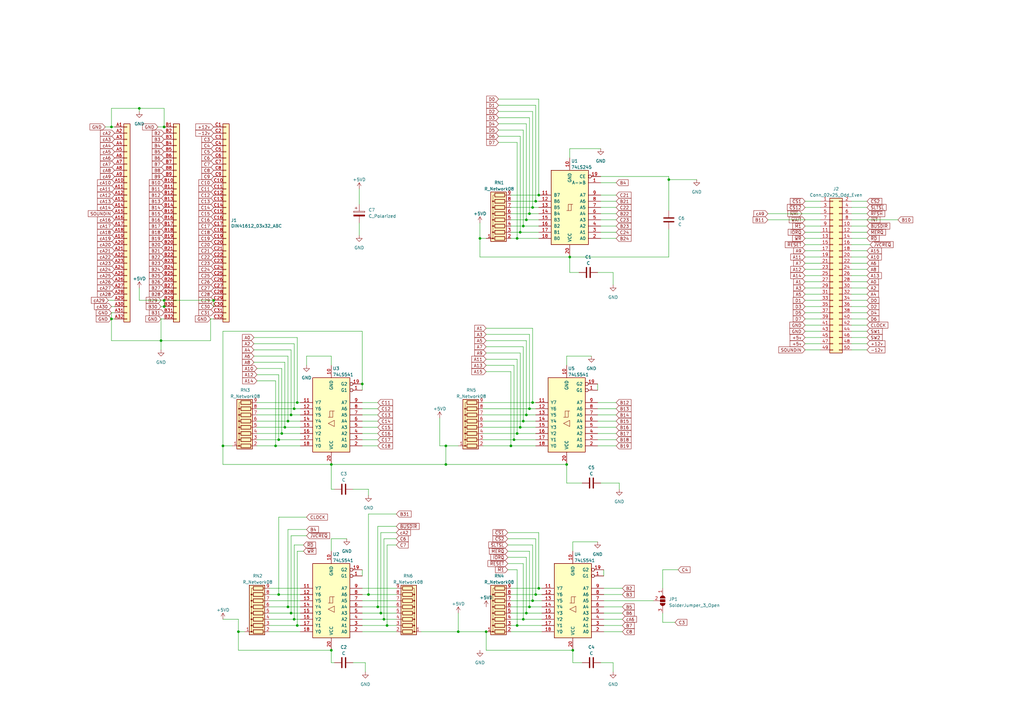
<source format=kicad_sch>
(kicad_sch (version 20230121) (generator eeschema)
  (paper "A3")
  (title_block (title "Victor VHD IF-C9D by Popolon_") (comment 1 "Copied from original PCB"))
  (junction (at 45.72 130.81))
  (junction (at 135.89 190.5))
  (junction (at 148.59 157.48))
  (junction (at 209.55 182.88))
  (junction (at 114.3 180.34))
  (junction (at 67.31 125.73))
  (junction (at 66.04 139.7))
  (junction (at 218.44 85.09))
  (junction (at 121.92 256.54))
  (junction (at 199.39 259.08))
  (junction (at 157.48 254))
  (junction (at 182.88 182.88))
  (junction (at 215.9 170.18))
  (junction (at 219.71 243.84))
  (junction (at 187.96 259.08))
  (junction (at 218.44 165.1))
  (junction (at 213.36 95.25))
  (junction (at 118.11 248.92))
  (junction (at 119.38 251.46))
  (junction (at 217.17 87.63))
  (junction (at 217.17 167.64))
  (junction (at 274.32 73.66))
  (junction (at 233.68 105.41))
  (junction (at 97.79 259.08))
  (junction (at 67.31 123.19))
  (junction (at 232.41 190.5))
  (junction (at 196.85 97.79))
  (junction (at 135.89 266.7))
  (junction (at 220.98 241.3))
  (junction (at 119.38 170.18))
  (junction (at 114.3 243.84))
  (junction (at 214.63 92.71))
  (junction (at 220.98 80.01))
  (junction (at 214.63 254))
  (junction (at 67.31 52.07))
  (junction (at 212.09 177.8))
  (junction (at 212.09 256.54))
  (junction (at 215.9 90.17))
  (junction (at 120.65 167.64))
  (junction (at 217.17 248.92))
  (junction (at 113.03 182.88))
  (junction (at 158.75 256.54))
  (junction (at 91.44 182.88))
  (junction (at 118.11 172.72))
  (junction (at 234.95 266.7))
  (junction (at 210.82 180.34))
  (junction (at 87.63 123.19))
  (junction (at 154.94 248.92))
  (junction (at 214.63 172.72))
  (junction (at 212.09 97.79))
  (junction (at 116.84 175.26))
  (junction (at 57.15 44.45))
  (junction (at 120.65 254))
  (junction (at 218.44 246.38))
  (junction (at 213.36 175.26))
  (junction (at 156.21 251.46))
  (junction (at 151.13 243.84))
  (junction (at 182.88 190.5))
  (junction (at 121.92 165.1))
  (junction (at 115.57 177.8))
  (junction (at 215.9 251.46))
  (junction (at 45.72 52.07))
  (junction (at 219.71 82.55))
  (wire (pts (xy 214.63 92.71) (xy 220.98 92.71)))
  (wire (pts (xy 251.46 111.76) (xy 251.46 116.84)))
  (wire (pts (xy 215.9 90.17) (xy 220.98 90.17)))
  (wire (pts (xy 105.41 177.8) (xy 115.57 177.8)))
  (wire (pts (xy 213.36 144.78) (xy 213.36 175.26)))
  (wire (pts (xy 91.44 135.89) (xy 91.44 182.88)))
  (wire (pts (xy 124.46 226.06) (xy 121.92 226.06)))
  (wire (pts (xy 118.11 217.17) (xy 118.11 248.92)))
  (wire (pts (xy 158.75 223.52) (xy 158.75 256.54)))
  (wire (pts (xy 198.12 177.8) (xy 212.09 177.8)))
  (wire (pts (xy 246.38 85.09) (xy 252.73 85.09)))
  (wire (pts (xy 246.38 74.93) (xy 252.73 74.93)))
  (wire (pts (xy 120.65 140.97) (xy 120.65 167.64)))
  (wire (pts (xy 105.41 156.21) (xy 113.03 156.21)))
  (wire (pts (xy 148.59 177.8) (xy 154.94 177.8)))
  (wire (pts (xy 91.44 190.5) (xy 135.89 190.5)))
  (wire (pts (xy 330.2 118.11) (xy 336.55 118.11)))
  (wire (pts (xy 246.38 72.39) (xy 274.32 72.39)))
  (wire (pts (xy 214.63 53.34) (xy 214.63 92.71)))
  (wire (pts (xy 120.65 254) (xy 123.19 254)))
  (wire (pts (xy 247.65 243.84) (xy 255.27 243.84)))
  (wire (pts (xy 214.63 142.24) (xy 214.63 172.72)))
  (wire (pts (xy 217.17 137.16) (xy 217.17 167.64)))
  (wire (pts (xy 154.94 248.92) (xy 162.56 248.92)))
  (wire (pts (xy 148.59 175.26) (xy 154.94 175.26)))
  (wire (pts (xy 245.11 177.8) (xy 252.73 177.8)))
  (wire (pts (xy 234.95 271.78) (xy 234.95 266.7)))
  (wire (pts (xy 247.65 254) (xy 255.27 254)))
  (wire (pts (xy 125.73 149.86) (xy 125.73 146.05)))
  (wire (pts (xy 218.44 246.38) (xy 222.25 246.38)))
  (wire (pts (xy 66.04 130.81) (xy 67.31 130.81)))
  (wire (pts (xy 330.2 120.65) (xy 336.55 120.65)))
  (wire (pts (xy 110.49 251.46) (xy 119.38 251.46)))
  (wire (pts (xy 209.55 95.25) (xy 213.36 95.25)))
  (wire (pts (xy 45.72 139.7) (xy 66.04 139.7)))
  (wire (pts (xy 212.09 97.79) (xy 220.98 97.79)))
  (wire (pts (xy 157.48 220.98) (xy 157.48 254)))
  (wire (pts (xy 234.95 222.25) (xy 245.11 222.25)))
  (wire (pts (xy 349.25 110.49) (xy 355.6 110.49)))
  (wire (pts (xy 208.28 231.14) (xy 214.63 231.14)))
  (wire (pts (xy 330.2 130.81) (xy 336.55 130.81)))
  (wire (pts (xy 100.33 259.08) (xy 97.79 259.08)))
  (wire (pts (xy 246.38 90.17) (xy 252.73 90.17)))
  (wire (pts (xy 330.2 82.55) (xy 336.55 82.55)))
  (wire (pts (xy 114.3 212.09) (xy 114.3 243.84)))
  (wire (pts (xy 217.17 48.26) (xy 217.17 87.63)))
  (wire (pts (xy 330.2 97.79) (xy 336.55 97.79)))
  (wire (pts (xy 148.59 182.88) (xy 154.94 182.88)))
  (wire (pts (xy 105.41 182.88) (xy 113.03 182.88)))
  (wire (pts (xy 137.16 200.66) (xy 135.89 200.66)))
  (wire (pts (xy 330.2 110.49) (xy 336.55 110.49)))
  (wire (pts (xy 199.39 266.7) (xy 234.95 266.7)))
  (wire (pts (xy 271.78 233.68) (xy 271.78 241.3)))
  (wire (pts (xy 217.17 167.64) (xy 219.71 167.64)))
  (wire (pts (xy 247.65 233.68) (xy 247.65 236.22)))
  (wire (pts (xy 330.2 143.51) (xy 336.55 143.51)))
  (wire (pts (xy 246.38 95.25) (xy 252.73 95.25)))
  (wire (pts (xy 238.76 198.12) (xy 232.41 198.12)))
  (wire (pts (xy 215.9 251.46) (xy 222.25 251.46)))
  (wire (pts (xy 118.11 172.72) (xy 123.19 172.72)))
  (wire (pts (xy 105.41 175.26) (xy 116.84 175.26)))
  (wire (pts (xy 247.65 256.54) (xy 255.27 256.54)))
  (wire (pts (xy 119.38 170.18) (xy 123.19 170.18)))
  (wire (pts (xy 121.92 226.06) (xy 121.92 256.54)))
  (wire (pts (xy 156.21 251.46) (xy 162.56 251.46)))
  (wire (pts (xy 120.65 167.64) (xy 123.19 167.64)))
  (wire (pts (xy 209.55 85.09) (xy 218.44 85.09)))
  (wire (pts (xy 349.25 85.09) (xy 355.6 85.09)))
  (wire (pts (xy 67.31 123.19) (xy 67.31 125.73)))
  (wire (pts (xy 349.25 92.71) (xy 355.6 92.71)))
  (wire (pts (xy 148.59 135.89) (xy 91.44 135.89)))
  (wire (pts (xy 105.41 167.64) (xy 120.65 167.64)))
  (wire (pts (xy 209.55 97.79) (xy 212.09 97.79)))
  (wire (pts (xy 124.46 223.52) (xy 120.65 223.52)))
  (wire (pts (xy 247.65 251.46) (xy 255.27 251.46)))
  (wire (pts (xy 218.44 134.62) (xy 218.44 165.1)))
  (wire (pts (xy 118.11 146.05) (xy 118.11 172.72)))
  (wire (pts (xy 144.78 200.66) (xy 151.13 200.66)))
  (wire (pts (xy 135.89 226.06) (xy 135.89 220.98)))
  (wire (pts (xy 121.92 138.43) (xy 121.92 165.1)))
  (wire (pts (xy 209.55 90.17) (xy 215.9 90.17)))
  (wire (pts (xy 105.41 180.34) (xy 114.3 180.34)))
  (wire (pts (xy 349.25 133.35) (xy 355.6 133.35)))
  (wire (pts (xy 199.39 149.86) (xy 210.82 149.86)))
  (wire (pts (xy 214.63 254) (xy 222.25 254)))
  (wire (pts (xy 233.68 105.41) (xy 274.32 105.41)))
  (wire (pts (xy 245.11 175.26) (xy 252.73 175.26)))
  (wire (pts (xy 57.15 44.45) (xy 45.72 44.45)))
  (wire (pts (xy 204.47 48.26) (xy 217.17 48.26)))
  (wire (pts (xy 148.59 170.18) (xy 154.94 170.18)))
  (wire (pts (xy 349.25 87.63) (xy 355.6 87.63)))
  (wire (pts (xy 199.39 97.79) (xy 196.85 97.79)))
  (wire (pts (xy 218.44 45.72) (xy 218.44 85.09)))
  (wire (pts (xy 209.55 152.4) (xy 209.55 182.88)))
  (wire (pts (xy 212.09 58.42) (xy 212.09 97.79)))
  (wire (pts (xy 114.3 243.84) (xy 123.19 243.84)))
  (wire (pts (xy 147.32 77.47) (xy 147.32 83.82)))
  (wire (pts (xy 219.71 243.84) (xy 222.25 243.84)))
  (wire (pts (xy 135.89 271.78) (xy 135.89 266.7)))
  (wire (pts (xy 349.25 125.73) (xy 355.6 125.73)))
  (wire (pts (xy 45.72 128.27) (xy 45.72 130.81)))
  (wire (pts (xy 135.89 190.5) (xy 182.88 190.5)))
  (wire (pts (xy 110.49 243.84) (xy 114.3 243.84)))
  (wire (pts (xy 119.38 219.71) (xy 119.38 251.46)))
  (wire (pts (xy 245.11 170.18) (xy 252.73 170.18)))
  (wire (pts (xy 148.59 157.48) (xy 148.59 160.02)))
  (wire (pts (xy 349.25 128.27) (xy 355.6 128.27)))
  (wire (pts (xy 274.32 93.98) (xy 274.32 105.41)))
  (wire (pts (xy 105.41 165.1) (xy 121.92 165.1)))
  (wire (pts (xy 330.2 133.35) (xy 336.55 133.35)))
  (wire (pts (xy 349.25 107.95) (xy 355.6 107.95)))
  (wire (pts (xy 330.2 135.89) (xy 336.55 135.89)))
  (wire (pts (xy 137.16 271.78) (xy 135.89 271.78)))
  (wire (pts (xy 217.17 248.92) (xy 222.25 248.92)))
  (wire (pts (xy 119.38 143.51) (xy 119.38 170.18)))
  (wire (pts (xy 349.25 105.41) (xy 355.6 105.41)))
  (wire (pts (xy 233.68 64.77) (xy 233.68 60.96)))
  (wire (pts (xy 209.55 82.55) (xy 219.71 82.55)))
  (wire (pts (xy 45.72 130.81) (xy 45.72 139.7)))
  (wire (pts (xy 209.55 80.01) (xy 220.98 80.01)))
  (wire (pts (xy 208.28 220.98) (xy 219.71 220.98)))
  (wire (pts (xy 151.13 210.82) (xy 151.13 243.84)))
  (wire (pts (xy 148.59 180.34) (xy 154.94 180.34)))
  (wire (pts (xy 330.2 115.57) (xy 336.55 115.57)))
  (wire (pts (xy 57.15 123.19) (xy 67.31 123.19)))
  (wire (pts (xy 187.96 251.46) (xy 187.96 259.08)))
  (wire (pts (xy 148.59 241.3) (xy 162.56 241.3)))
  (wire (pts (xy 285.75 73.66) (xy 274.32 73.66)))
  (wire (pts (xy 330.2 100.33) (xy 336.55 100.33)))
  (wire (pts (xy 125.73 146.05) (xy 135.89 146.05)))
  (wire (pts (xy 148.59 256.54) (xy 158.75 256.54)))
  (wire (pts (xy 208.28 218.44) (xy 220.98 218.44)))
  (wire (pts (xy 349.25 123.19) (xy 355.6 123.19)))
  (wire (pts (xy 215.9 50.8) (xy 215.9 90.17)))
  (wire (pts (xy 349.25 130.81) (xy 355.6 130.81)))
  (wire (pts (xy 246.38 198.12) (xy 254 198.12)))
  (wire (pts (xy 214.63 172.72) (xy 219.71 172.72)))
  (wire (pts (xy 110.49 241.3) (xy 123.19 241.3)))
  (wire (pts (xy 237.49 111.76) (xy 233.68 111.76)))
  (wire (pts (xy 196.85 97.79) (xy 196.85 105.41)))
  (wire (pts (xy 204.47 40.64) (xy 220.98 40.64)))
  (wire (pts (xy 246.38 82.55) (xy 252.73 82.55)))
  (wire (pts (xy 121.92 165.1) (xy 123.19 165.1)))
  (wire (pts (xy 57.15 44.45) (xy 57.15 45.72)))
  (wire (pts (xy 162.56 215.9) (xy 154.94 215.9)))
  (wire (pts (xy 209.55 92.71) (xy 214.63 92.71)))
  (wire (pts (xy 97.79 259.08) (xy 97.79 266.7)))
  (wire (pts (xy 199.39 134.62) (xy 218.44 134.62)))
  (wire (pts (xy 208.28 228.6) (xy 215.9 228.6)))
  (wire (pts (xy 330.2 107.95) (xy 336.55 107.95)))
  (wire (pts (xy 147.32 91.44) (xy 147.32 96.52)))
  (wire (pts (xy 210.82 180.34) (xy 219.71 180.34)))
  (wire (pts (xy 349.25 120.65) (xy 355.6 120.65)))
  (wire (pts (xy 45.72 130.81) (xy 46.99 130.81)))
  (wire (pts (xy 148.59 243.84) (xy 151.13 243.84)))
  (wire (pts (xy 204.47 45.72) (xy 218.44 45.72)))
  (wire (pts (xy 162.56 223.52) (xy 158.75 223.52)))
  (wire (pts (xy 314.96 90.17) (xy 336.55 90.17)))
  (wire (pts (xy 204.47 53.34) (xy 214.63 53.34)))
  (wire (pts (xy 217.17 87.63) (xy 220.98 87.63)))
  (wire (pts (xy 247.65 241.3) (xy 255.27 241.3)))
  (wire (pts (xy 218.44 165.1) (xy 219.71 165.1)))
  (wire (pts (xy 330.2 138.43) (xy 336.55 138.43)))
  (wire (pts (xy 212.09 147.32) (xy 212.09 177.8)))
  (wire (pts (xy 87.63 123.19) (xy 87.63 125.73)))
  (wire (pts (xy 148.59 248.92) (xy 154.94 248.92)))
  (wire (pts (xy 208.28 223.52) (xy 218.44 223.52)))
  (wire (pts (xy 66.04 139.7) (xy 86.36 139.7)))
  (wire (pts (xy 157.48 254) (xy 162.56 254)))
  (wire (pts (xy 198.12 167.64) (xy 217.17 167.64)))
  (wire (pts (xy 209.55 251.46) (xy 215.9 251.46)))
  (wire (pts (xy 104.14 138.43) (xy 121.92 138.43)))
  (wire (pts (xy 148.59 165.1) (xy 154.94 165.1)))
  (wire (pts (xy 198.12 175.26) (xy 213.36 175.26)))
  (wire (pts (xy 209.55 254) (xy 214.63 254)))
  (wire (pts (xy 214.63 231.14) (xy 214.63 254)))
  (wire (pts (xy 198.12 170.18) (xy 215.9 170.18)))
  (wire (pts (xy 209.55 243.84) (xy 219.71 243.84)))
  (wire (pts (xy 151.13 200.66) (xy 151.13 203.2)))
  (wire (pts (xy 125.73 217.17) (xy 118.11 217.17)))
  (wire (pts (xy 57.15 118.11) (xy 57.15 123.19)))
  (wire (pts (xy 118.11 248.92) (xy 123.19 248.92)))
  (wire (pts (xy 349.25 82.55) (xy 355.6 82.55)))
  (wire (pts (xy 330.2 128.27) (xy 336.55 128.27)))
  (wire (pts (xy 209.55 256.54) (xy 212.09 256.54)))
  (wire (pts (xy 86.36 139.7) (xy 86.36 130.81)))
  (wire (pts (xy 156.21 218.44) (xy 156.21 251.46)))
  (wire (pts (xy 271.78 255.27) (xy 271.78 251.46)))
  (wire (pts (xy 199.39 259.08) (xy 199.39 266.7)))
  (wire (pts (xy 208.28 233.68) (xy 212.09 233.68)))
  (wire (pts (xy 245.11 182.88) (xy 252.73 182.88)))
  (wire (pts (xy 349.25 102.87) (xy 355.6 102.87)))
  (wire (pts (xy 182.88 182.88) (xy 187.96 182.88)))
  (wire (pts (xy 104.14 143.51) (xy 119.38 143.51)))
  (wire (pts (xy 66.04 139.7) (xy 66.04 130.81)))
  (wire (pts (xy 245.11 165.1) (xy 252.73 165.1)))
  (wire (pts (xy 198.12 172.72) (xy 214.63 172.72)))
  (wire (pts (xy 105.41 153.67) (xy 114.3 153.67)))
  (wire (pts (xy 204.47 43.18) (xy 219.71 43.18)))
  (wire (pts (xy 330.2 113.03) (xy 336.55 113.03)))
  (wire (pts (xy 276.86 255.27) (xy 271.78 255.27)))
  (wire (pts (xy 115.57 151.13) (xy 115.57 177.8)))
  (wire (pts (xy 215.9 228.6) (xy 215.9 251.46)))
  (wire (pts (xy 245.11 111.76) (xy 251.46 111.76)))
  (wire (pts (xy 148.59 246.38) (xy 162.56 246.38)))
  (wire (pts (xy 196.85 105.41) (xy 233.68 105.41)))
  (wire (pts (xy 149.86 271.78) (xy 149.86 275.59)))
  (wire (pts (xy 232.41 146.05) (xy 242.57 146.05)))
  (wire (pts (xy 199.39 144.78) (xy 213.36 144.78)))
  (wire (pts (xy 86.36 130.81) (xy 87.63 130.81)))
  (wire (pts (xy 349.25 100.33) (xy 356.87 100.33)))
  (wire (pts (xy 91.44 182.88) (xy 95.25 182.88)))
  (wire (pts (xy 119.38 251.46) (xy 123.19 251.46)))
  (wire (pts (xy 245.11 157.48) (xy 245.11 160.02)))
  (wire (pts (xy 187.96 259.08) (xy 199.39 259.08)))
  (wire (pts (xy 135.89 190.5) (xy 135.89 200.66)))
  (wire (pts (xy 330.2 140.97) (xy 336.55 140.97)))
  (wire (pts (xy 199.39 139.7) (xy 215.9 139.7)))
  (wire (pts (xy 330.2 105.41) (xy 336.55 105.41)))
  (wire (pts (xy 199.39 147.32) (xy 212.09 147.32)))
  (wire (pts (xy 105.41 151.13) (xy 115.57 151.13)))
  (wire (pts (xy 251.46 271.78) (xy 251.46 275.59)))
  (wire (pts (xy 44.45 123.19) (xy 46.99 123.19)))
  (wire (pts (xy 135.89 146.05) (xy 135.89 149.86)))
  (wire (pts (xy 180.34 182.88) (xy 182.88 182.88)))
  (wire (pts (xy 110.49 259.08) (xy 123.19 259.08)))
  (wire (pts (xy 45.72 44.45) (xy 45.72 52.07)))
  (wire (pts (xy 97.79 266.7) (xy 135.89 266.7)))
  (wire (pts (xy 314.96 87.63) (xy 336.55 87.63)))
  (wire (pts (xy 219.71 82.55) (xy 220.98 82.55)))
  (wire (pts (xy 247.65 246.38) (xy 267.97 246.38)))
  (wire (pts (xy 330.2 95.25) (xy 336.55 95.25)))
  (wire (pts (xy 233.68 60.96) (xy 246.38 60.96)))
  (wire (pts (xy 349.25 113.03) (xy 355.6 113.03)))
  (wire (pts (xy 232.41 198.12) (xy 232.41 190.5)))
  (wire (pts (xy 219.71 220.98) (xy 219.71 243.84)))
  (wire (pts (xy 104.14 146.05) (xy 118.11 146.05)))
  (wire (pts (xy 116.84 148.59) (xy 116.84 175.26)))
  (wire (pts (xy 199.39 152.4) (xy 209.55 152.4)))
  (wire (pts (xy 148.59 233.68) (xy 148.59 236.22)))
  (wire (pts (xy 204.47 55.88) (xy 213.36 55.88)))
  (wire (pts (xy 349.25 115.57) (xy 355.6 115.57)))
  (wire (pts (xy 209.55 259.08) (xy 222.25 259.08)))
  (wire (pts (xy 115.57 177.8) (xy 123.19 177.8)))
  (wire (pts (xy 110.49 248.92) (xy 118.11 248.92)))
  (wire (pts (xy 213.36 55.88) (xy 213.36 95.25)))
  (wire (pts (xy 245.11 180.34) (xy 252.73 180.34)))
  (wire (pts (xy 210.82 149.86) (xy 210.82 180.34)))
  (wire (pts (xy 246.38 92.71) (xy 252.73 92.71)))
  (wire (pts (xy 212.09 256.54) (xy 222.25 256.54)))
  (wire (pts (xy 217.17 226.06) (xy 217.17 248.92)))
  (wire (pts (xy 245.11 172.72) (xy 252.73 172.72)))
  (wire (pts (xy 232.41 149.86) (xy 232.41 146.05)))
  (wire (pts (xy 219.71 43.18) (xy 219.71 82.55)))
  (wire (pts (xy 151.13 243.84) (xy 162.56 243.84)))
  (wire (pts (xy 247.65 259.08) (xy 255.27 259.08)))
  (wire (pts (xy 125.73 212.09) (xy 114.3 212.09)))
  (wire (pts (xy 125.73 219.71) (xy 119.38 219.71)))
  (wire (pts (xy 209.55 246.38) (xy 218.44 246.38)))
  (wire (pts (xy 154.94 215.9) (xy 154.94 248.92)))
  (wire (pts (xy 254 198.12) (xy 254 200.66)))
  (wire (pts (xy 349.25 97.79) (xy 355.6 97.79)))
  (wire (pts (xy 45.72 128.27) (xy 46.99 128.27)))
  (wire (pts (xy 349.25 95.25) (xy 355.6 95.25)))
  (wire (pts (xy 349.25 143.51) (xy 355.6 143.51)))
  (wire (pts (xy 158.75 256.54) (xy 162.56 256.54)))
  (wire (pts (xy 104.14 148.59) (xy 116.84 148.59)))
  (wire (pts (xy 43.18 52.07) (xy 45.72 52.07)))
  (wire (pts (xy 66.04 139.7) (xy 66.04 143.51)))
  (wire (pts (xy 66.04 125.73) (xy 67.31 125.73)))
  (wire (pts (xy 212.09 177.8) (xy 219.71 177.8)))
  (wire (pts (xy 162.56 210.82) (xy 151.13 210.82)))
  (wire (pts (xy 213.36 95.25) (xy 220.98 95.25)))
  (wire (pts (xy 67.31 44.45) (xy 57.15 44.45)))
  (wire (pts (xy 246.38 271.78) (xy 251.46 271.78)))
  (wire (pts (xy 110.49 246.38) (xy 123.19 246.38)))
  (wire (pts (xy 114.3 153.67) (xy 114.3 180.34)))
  (wire (pts (xy 105.41 172.72) (xy 118.11 172.72)))
  (wire (pts (xy 238.76 271.78) (xy 234.95 271.78)))
  (wire (pts (xy 330.2 102.87) (xy 336.55 102.87)))
  (wire (pts (xy 97.79 254) (xy 97.79 259.08)))
  (wire (pts (xy 220.98 40.64) (xy 220.98 80.01)))
  (wire (pts (xy 274.32 72.39) (xy 274.32 73.66)))
  (wire (pts (xy 349.25 135.89) (xy 355.6 135.89)))
  (wire (pts (xy 213.36 175.26) (xy 219.71 175.26)))
  (wire (pts (xy 144.78 271.78) (xy 149.86 271.78)))
  (wire (pts (xy 67.31 123.19) (xy 87.63 123.19)))
  (wire (pts (xy 45.72 52.07) (xy 46.99 52.07)))
  (wire (pts (xy 180.34 171.45) (xy 180.34 182.88)))
  (wire (pts (xy 162.56 220.98) (xy 157.48 220.98)))
  (wire (pts (xy 120.65 223.52) (xy 120.65 254)))
  (wire (pts (xy 245.11 167.64) (xy 252.73 167.64)))
  (wire (pts (xy 148.59 254) (xy 157.48 254)))
  (wire (pts (xy 91.44 182.88) (xy 91.44 190.5)))
  (wire (pts (xy 246.38 97.79) (xy 252.73 97.79)))
  (wire (pts (xy 330.2 85.09) (xy 336.55 85.09)))
  (wire (pts (xy 274.32 73.66) (xy 274.32 86.36)))
  (wire (pts (xy 110.49 256.54) (xy 121.92 256.54)))
  (wire (pts (xy 246.38 80.01) (xy 252.73 80.01)))
  (wire (pts (xy 330.2 92.71) (xy 336.55 92.71)))
  (wire (pts (xy 246.38 87.63) (xy 252.73 87.63)))
  (wire (pts (xy 199.39 142.24) (xy 214.63 142.24)))
  (wire (pts (xy 220.98 218.44) (xy 220.98 241.3)))
  (wire (pts (xy 148.59 259.08) (xy 162.56 259.08)))
  (wire (pts (xy 209.55 87.63) (xy 217.17 87.63)))
  (wire (pts (xy 234.95 226.06) (xy 234.95 222.25)))
  (wire (pts (xy 215.9 170.18) (xy 219.71 170.18)))
  (wire (pts (xy 218.44 85.09) (xy 220.98 85.09)))
  (wire (pts (xy 172.72 259.08) (xy 187.96 259.08)))
  (wire (pts (xy 114.3 180.34) (xy 123.19 180.34)))
  (wire (pts (xy 208.28 226.06) (xy 217.17 226.06)))
  (wire (pts (xy 220.98 241.3) (xy 222.25 241.3)))
  (wire (pts (xy 104.14 140.97) (xy 120.65 140.97)))
  (wire (pts (xy 278.13 233.68) (xy 271.78 233.68)))
  (wire (pts (xy 330.2 123.19) (xy 336.55 123.19)))
  (wire (pts (xy 349.25 118.11) (xy 355.6 118.11)))
  (wire (pts (xy 215.9 139.7) (xy 215.9 170.18)))
  (wire (pts (xy 148.59 167.64) (xy 154.94 167.64)))
  (wire (pts (xy 135.89 220.98) (xy 142.24 220.98)))
  (wire (pts (xy 110.49 254) (xy 120.65 254)))
  (wire (pts (xy 105.41 170.18) (xy 119.38 170.18)))
  (wire (pts (xy 330.2 125.73) (xy 336.55 125.73)))
  (wire (pts (xy 204.47 50.8) (xy 215.9 50.8)))
  (wire (pts (xy 196.85 91.44) (xy 196.85 97.79)))
  (wire (pts (xy 233.68 111.76) (xy 233.68 105.41)))
  (wire (pts (xy 247.65 248.92) (xy 255.27 248.92)))
  (wire (pts (xy 121.92 256.54) (xy 123.19 256.54)))
  (wire (pts (xy 349.25 140.97) (xy 355.6 140.97)))
  (wire (pts (xy 212.09 233.68) (xy 212.09 256.54)))
  (wire (pts (xy 162.56 218.44) (xy 156.21 218.44)))
  (wire (pts (xy 349.25 138.43) (xy 355.6 138.43)))
  (wire (pts (xy 209.55 182.88) (xy 219.71 182.88)))
  (wire (pts (xy 148.59 157.48) (xy 148.59 135.89)))
  (wire (pts (xy 182.88 190.5) (xy 232.41 190.5)))
  (wire (pts (xy 198.12 165.1) (xy 218.44 165.1)))
  (wire (pts (xy 148.59 251.46) (xy 156.21 251.46)))
  (wire (pts (xy 209.55 248.92) (xy 217.17 248.92)))
  (wire (pts (xy 218.44 223.52) (xy 218.44 246.38)))
  (wire (pts (xy 198.12 182.88) (xy 209.55 182.88)))
  (wire (pts (xy 349.25 90.17) (xy 368.3 90.17)))
  (wire (pts (xy 204.47 58.42) (xy 212.09 58.42)))
  (wire (pts (xy 67.31 52.07) (xy 67.31 44.45)))
  (wire (pts (xy 64.77 52.07) (xy 67.31 52.07)))
  (wire (pts (xy 116.84 175.26) (xy 123.19 175.26)))
  (wire (pts (xy 45.72 125.73) (xy 46.99 125.73)))
  (wire (pts (xy 148.59 172.72) (xy 154.94 172.72)))
  (wire (pts (xy 91.44 254) (xy 97.79 254)))
  (wire (pts (xy 113.03 182.88) (xy 123.19 182.88)))
  (wire (pts (xy 199.39 137.16) (xy 217.17 137.16)))
  (wire (pts (xy 113.03 156.21) (xy 113.03 182.88)))
  (wire (pts (xy 209.55 241.3) (xy 220.98 241.3)))
  (wire (pts (xy 198.12 180.34) (xy 210.82 180.34)))
  (wire (pts (xy 182.88 182.88) (xy 182.88 190.5)))
  (global_label "~{IORQ}" (shape input) (at 208.28 228.6 180) (property "Intersheetrefs" "${INTERSHEET_REFS}" (effects hide)))
  (global_label "C31" (shape input) (at 87.63 128.27 180) (property "Intersheetrefs" "${INTERSHEET_REFS}" (effects hide)))
  (global_label "cA16" (shape input) (at 46.99 90.17 180) (property "Intersheetrefs" "${INTERSHEET_REFS}" (effects hide)))
  (global_label "C26" (shape input) (at 87.63 115.57 180) (property "Intersheetrefs" "${INTERSHEET_REFS}" (effects hide)))
  (global_label "cA2" (shape input) (at 46.99 54.61 180) (property "Intersheetrefs" "${INTERSHEET_REFS}" (effects hide)))
  (global_label "D6" (shape input) (at 355.6 130.81 0) (property "Intersheetrefs" "${INTERSHEET_REFS}" (effects hide)))
  (global_label "D7" (shape input) (at 204.47 58.42 180) (property "Intersheetrefs" "${INTERSHEET_REFS}" (effects hide)))
  (global_label "+5v" (shape input) (at 330.2 140.97 180) (property "Intersheetrefs" "${INTERSHEET_REFS}" (effects hide)))
  (global_label "~{JVCREQ}" (shape input) (at 356.87 100.33 0) (property "Intersheetrefs" "${INTERSHEET_REFS}" (effects hide)))
  (global_label "B15" (shape input) (at 252.73 172.72 0) (property "Intersheetrefs" "${INTERSHEET_REFS}" (effects hide)))
  (global_label "C20" (shape input) (at 87.63 100.33 180) (property "Intersheetrefs" "${INTERSHEET_REFS}" (effects hide)))
  (global_label "cA9" (shape input) (at 314.96 87.63 180) (property "Intersheetrefs" "${INTERSHEET_REFS}" (effects hide)))
  (global_label "~{RESET}" (shape input) (at 208.28 231.14 180) (property "Intersheetrefs" "${INTERSHEET_REFS}" (effects hide)))
  (global_label "D0" (shape input) (at 204.47 40.64 180) (property "Intersheetrefs" "${INTERSHEET_REFS}" (effects hide)))
  (global_label "A15" (shape input) (at 199.39 152.4 180) (property "Intersheetrefs" "${INTERSHEET_REFS}" (effects hide)))
  (global_label "B29" (shape input) (at 66.04 123.19 180) (property "Intersheetrefs" "${INTERSHEET_REFS}" (effects hide)))
  (global_label "B17" (shape input) (at 252.73 177.8 0) (property "Intersheetrefs" "${INTERSHEET_REFS}" (effects hide)))
  (global_label "cA20" (shape input) (at 46.99 100.33 180) (property "Intersheetrefs" "${INTERSHEET_REFS}" (effects hide)))
  (global_label "C4" (shape input) (at 278.13 233.68 0) (property "Intersheetrefs" "${INTERSHEET_REFS}" (effects hide)))
  (global_label "C15" (shape input) (at 154.94 175.26 0) (property "Intersheetrefs" "${INTERSHEET_REFS}" (effects hide)))
  (global_label "cA8" (shape input) (at 46.99 69.85 180) (property "Intersheetrefs" "${INTERSHEET_REFS}" (effects hide)))
  (global_label "~{M1}" (shape input) (at 208.28 233.68 180) (property "Intersheetrefs" "${INTERSHEET_REFS}" (effects hide)))
  (global_label "~{IORQ}" (shape input) (at 330.2 95.25 180) (property "Intersheetrefs" "${INTERSHEET_REFS}" (effects hide)))
  (global_label "C7" (shape input) (at 87.63 67.31 180) (property "Intersheetrefs" "${INTERSHEET_REFS}" (effects hide)))
  (global_label "cA3" (shape input) (at 46.99 57.15 180) (property "Intersheetrefs" "${INTERSHEET_REFS}" (effects hide)))
  (global_label "C11" (shape input) (at 87.63 77.47 180) (property "Intersheetrefs" "${INTERSHEET_REFS}" (effects hide)))
  (global_label "~{RD}" (shape input) (at 355.6 97.79 0) (property "Intersheetrefs" "${INTERSHEET_REFS}" (effects hide)))
  (global_label "B19" (shape input) (at 67.31 97.79 180) (property "Intersheetrefs" "${INTERSHEET_REFS}" (effects hide)))
  (global_label "A1" (shape input) (at 199.39 134.62 180) (property "Intersheetrefs" "${INTERSHEET_REFS}" (effects hide)))
  (global_label "A15" (shape input) (at 355.6 102.87 0) (property "Intersheetrefs" "${INTERSHEET_REFS}" (effects hide)))
  (global_label "cA28" (shape input) (at 46.99 120.65 180) (property "Intersheetrefs" "${INTERSHEET_REFS}" (effects hide)))
  (global_label "B18" (shape input) (at 67.31 95.25 180) (property "Intersheetrefs" "${INTERSHEET_REFS}" (effects hide)))
  (global_label "GND" (shape input) (at 45.72 130.81 180) (property "Intersheetrefs" "${INTERSHEET_REFS}" (effects hide)))
  (global_label "B3" (shape input) (at 67.31 57.15 180) (property "Intersheetrefs" "${INTERSHEET_REFS}" (effects hide)))
  (global_label "A13" (shape input) (at 355.6 113.03 0) (property "Intersheetrefs" "${INTERSHEET_REFS}" (effects hide)))
  (global_label "~{NMI}" (shape input) (at 328.93 87.63 180) (property "Intersheetrefs" "${INTERSHEET_REFS}" (effects hide)))
  (global_label "B19" (shape input) (at 252.73 182.88 0) (property "Intersheetrefs" "${INTERSHEET_REFS}" (effects hide)))
  (global_label "~{MERQ}" (shape input) (at 355.6 95.25 0) (property "Intersheetrefs" "${INTERSHEET_REFS}" (effects hide)))
  (global_label "C9" (shape input) (at 87.63 72.39 180) (property "Intersheetrefs" "${INTERSHEET_REFS}" (effects hide)))
  (global_label "C8" (shape input) (at 87.63 69.85 180) (property "Intersheetrefs" "${INTERSHEET_REFS}" (effects hide)))
  (global_label "A12" (shape input) (at 330.2 110.49 180) (property "Intersheetrefs" "${INTERSHEET_REFS}" (effects hide)))
  (global_label "B18" (shape input) (at 252.73 180.34 0) (property "Intersheetrefs" "${INTERSHEET_REFS}" (effects hide)))
  (global_label "A6" (shape input) (at 355.6 107.95 0) (property "Intersheetrefs" "${INTERSHEET_REFS}" (effects hide)))
  (global_label "B26" (shape input) (at 67.31 115.57 180) (property "Intersheetrefs" "${INTERSHEET_REFS}" (effects hide)))
  (global_label "CLOCK" (shape input) (at 125.73 212.09 0) (property "Intersheetrefs" "${INTERSHEET_REFS}" (effects hide)))
  (global_label "C11" (shape input) (at 154.94 165.1 0) (property "Intersheetrefs" "${INTERSHEET_REFS}" (effects hide)))
  (global_label "+12v" (shape input) (at 87.63 52.07 180) (property "Intersheetrefs" "${INTERSHEET_REFS}" (effects hide)))
  (global_label "C7" (shape input) (at 162.56 223.52 0) (property "Intersheetrefs" "${INTERSHEET_REFS}" (effects hide)))
  (global_label "C17" (shape input) (at 87.63 92.71 180) (property "Intersheetrefs" "${INTERSHEET_REFS}" (effects hide)))
  (global_label "A10" (shape input) (at 105.41 151.13 180) (property "Intersheetrefs" "${INTERSHEET_REFS}" (effects hide)))
  (global_label "A10" (shape input) (at 355.6 105.41 0) (property "Intersheetrefs" "${INTERSHEET_REFS}" (effects hide)))
  (global_label "cA13" (shape input) (at 46.99 82.55 180) (property "Intersheetrefs" "${INTERSHEET_REFS}" (effects hide)))
  (global_label "A2" (shape input) (at 104.14 140.97 180) (property "Intersheetrefs" "${INTERSHEET_REFS}" (effects hide)))
  (global_label "B16" (shape input) (at 67.31 90.17 180) (property "Intersheetrefs" "${INTERSHEET_REFS}" (effects hide)))
  (global_label "B4" (shape input) (at 252.73 74.93 0) (property "Intersheetrefs" "${INTERSHEET_REFS}" (effects hide)))
  (global_label "C10" (shape input) (at 87.63 74.93 180) (property "Intersheetrefs" "${INTERSHEET_REFS}" (effects hide)))
  (global_label "B16" (shape input) (at 252.73 175.26 0) (property "Intersheetrefs" "${INTERSHEET_REFS}" (effects hide)))
  (global_label "C8" (shape input) (at 255.27 259.08 0) (property "Intersheetrefs" "${INTERSHEET_REFS}" (effects hide)))
  (global_label "cA30" (shape input) (at 45.72 125.73 180) (property "Intersheetrefs" "${INTERSHEET_REFS}" (effects hide)))
  (global_label "A14" (shape input) (at 330.2 113.03 180) (property "Intersheetrefs" "${INTERSHEET_REFS}" (effects hide)))
  (global_label "A9" (shape input) (at 199.39 144.78 180) (property "Intersheetrefs" "${INTERSHEET_REFS}" (effects hide)))
  (global_label "C14" (shape input) (at 154.94 172.72 0) (property "Intersheetrefs" "${INTERSHEET_REFS}" (effects hide)))
  (global_label "~{SLTSL}" (shape input) (at 355.6 85.09 0) (property "Intersheetrefs" "${INTERSHEET_REFS}" (effects hide)))
  (global_label "D5" (shape input) (at 204.47 53.34 180) (property "Intersheetrefs" "${INTERSHEET_REFS}" (effects hide)))
  (global_label "D6" (shape input) (at 204.47 55.88 180) (property "Intersheetrefs" "${INTERSHEET_REFS}" (effects hide)))
  (global_label "+5v" (shape input) (at 330.2 138.43 180) (property "Intersheetrefs" "${INTERSHEET_REFS}" (effects hide)))
  (global_label "cA25" (shape input) (at 46.99 113.03 180) (property "Intersheetrefs" "${INTERSHEET_REFS}" (effects hide)))
  (global_label "C30" (shape input) (at 87.63 125.73 180) (property "Intersheetrefs" "${INTERSHEET_REFS}" (effects hide)))
  (global_label "SW2" (shape input) (at 355.6 138.43 0) (property "Intersheetrefs" "${INTERSHEET_REFS}" (effects hide)))
  (global_label "A11" (shape input) (at 199.39 147.32 180) (property "Intersheetrefs" "${INTERSHEET_REFS}" (effects hide)))
  (global_label "B7" (shape input) (at 67.31 67.31 180) (property "Intersheetrefs" "${INTERSHEET_REFS}" (effects hide)))
  (global_label "cA5" (shape input) (at 46.99 62.23 180) (property "Intersheetrefs" "${INTERSHEET_REFS}" (effects hide)))
  (global_label "D4" (shape input) (at 355.6 128.27 0) (property "Intersheetrefs" "${INTERSHEET_REFS}" (effects hide)))
  (global_label "~{BUSDIR}" (shape input) (at 162.56 215.9 0) (property "Intersheetrefs" "${INTERSHEET_REFS}" (effects hide)))
  (global_label "B12" (shape input) (at 252.73 165.1 0) (property "Intersheetrefs" "${INTERSHEET_REFS}" (effects hide)))
  (global_label "B21" (shape input) (at 252.73 82.55 0) (property "Intersheetrefs" "${INTERSHEET_REFS}" (effects hide)))
  (global_label "GND" (shape input) (at 86.36 130.81 180) (property "Intersheetrefs" "${INTERSHEET_REFS}" (effects hide)))
  (global_label "B8" (shape input) (at 67.31 69.85 180) (property "Intersheetrefs" "${INTERSHEET_REFS}" (effects hide)))
  (global_label "B12" (shape input) (at 67.31 80.01 180) (property "Intersheetrefs" "${INTERSHEET_REFS}" (effects hide)))
  (global_label "~{RFSH}" (shape input) (at 355.6 87.63 0) (property "Intersheetrefs" "${INTERSHEET_REFS}" (effects hide)))
  (global_label "B23" (shape input) (at 252.73 92.71 0) (property "Intersheetrefs" "${INTERSHEET_REFS}" (effects hide)))
  (global_label "C13" (shape input) (at 87.63 82.55 180) (property "Intersheetrefs" "${INTERSHEET_REFS}" (effects hide)))
  (global_label "A8" (shape input) (at 104.14 148.59 180) (property "Intersheetrefs" "${INTERSHEET_REFS}" (effects hide)))
  (global_label "~{WAIT}" (shape input) (at 330.2 90.17 180) (property "Intersheetrefs" "${INTERSHEET_REFS}" (effects hide)))
  (global_label "cA18" (shape input) (at 46.99 95.25 180) (property "Intersheetrefs" "${INTERSHEET_REFS}" (effects hide)))
  (global_label "B13" (shape input) (at 252.73 167.64 0) (property "Intersheetrefs" "${INTERSHEET_REFS}" (effects hide)))
  (global_label "C18" (shape input) (at 87.63 95.25 180) (property "Intersheetrefs" "${INTERSHEET_REFS}" (effects hide)))
  (global_label "A1" (shape input) (at 330.2 115.57 180) (property "Intersheetrefs" "${INTERSHEET_REFS}" (effects hide)))
  (global_label "A2" (shape input) (at 355.6 118.11 0) (property "Intersheetrefs" "${INTERSHEET_REFS}" (effects hide)))
  (global_label "B15" (shape input) (at 67.31 87.63 180) (property "Intersheetrefs" "${INTERSHEET_REFS}" (effects hide)))
  (global_label "B23" (shape input) (at 67.31 107.95 180) (property "Intersheetrefs" "${INTERSHEET_REFS}" (effects hide)))
  (global_label "cA21" (shape input) (at 46.99 102.87 180) (property "Intersheetrefs" "${INTERSHEET_REFS}" (effects hide)))
  (global_label "B25" (shape input) (at 67.31 113.03 180) (property "Intersheetrefs" "${INTERSHEET_REFS}" (effects hide)))
  (global_label "SOUNDIN" (shape input) (at 46.99 87.63 180) (property "Intersheetrefs" "${INTERSHEET_REFS}" (effects hide)))
  (global_label "-12v" (shape input) (at 355.6 143.51 0) (property "Intersheetrefs" "${INTERSHEET_REFS}" (effects hide)))
  (global_label "~{MERQ}" (shape input) (at 208.28 226.06 180) (property "Intersheetrefs" "${INTERSHEET_REFS}" (effects hide)))
  (global_label "D5" (shape input) (at 330.2 128.27 180) (property "Intersheetrefs" "${INTERSHEET_REFS}" (effects hide)))
  (global_label "~{CS2}" (shape input) (at 355.6 82.55 0) (property "Intersheetrefs" "${INTERSHEET_REFS}" (effects hide)))
  (global_label "~{CS12}" (shape input) (at 330.2 85.09 180) (property "Intersheetrefs" "${INTERSHEET_REFS}" (effects hide)))
  (global_label "B6" (shape input) (at 67.31 64.77 180) (property "Intersheetrefs" "${INTERSHEET_REFS}" (effects hide)))
  (global_label "~{WR}" (shape input) (at 124.46 226.06 0) (property "Intersheetrefs" "${INTERSHEET_REFS}" (effects hide)))
  (global_label "B4" (shape input) (at 125.73 217.17 0) (property "Intersheetrefs" "${INTERSHEET_REFS}" (effects hide)))
  (global_label "~{BUSDIR}" (shape input) (at 355.6 92.71 0) (property "Intersheetrefs" "${INTERSHEET_REFS}" (effects hide)))
  (global_label "B11" (shape input) (at 67.31 77.47 180) (property "Intersheetrefs" "${INTERSHEET_REFS}" (effects hide)))
  (global_label "A4" (shape input) (at 104.14 143.51 180) (property "Intersheetrefs" "${INTERSHEET_REFS}" (effects hide)))
  (global_label "A5" (shape input) (at 199.39 139.7 180) (property "Intersheetrefs" "${INTERSHEET_REFS}" (effects hide)))
  (global_label "C24" (shape input) (at 252.73 95.25 0) (property "Intersheetrefs" "${INTERSHEET_REFS}" (effects hide)))
  (global_label "C21" (shape input) (at 87.63 102.87 180) (property "Intersheetrefs" "${INTERSHEET_REFS}" (effects hide)))
  (global_label "C15" (shape input) (at 87.63 87.63 180) (property "Intersheetrefs" "${INTERSHEET_REFS}" (effects hide)))
  (global_label "cA24" (shape input) (at 46.99 110.49 180) (property "Intersheetrefs" "${INTERSHEET_REFS}" (effects hide)))
  (global_label "A9" (shape input) (at 330.2 102.87 180) (property "Intersheetrefs" "${INTERSHEET_REFS}" (effects hide)))
  (global_label "C4" (shape input) (at 87.63 59.69 180) (property "Intersheetrefs" "${INTERSHEET_REFS}" (effects hide)))
  (global_label "B28" (shape input) (at 67.31 120.65 180) (property "Intersheetrefs" "${INTERSHEET_REFS}" (effects hide)))
  (global_label "B7" (shape input) (at 255.27 256.54 0) (property "Intersheetrefs" "${INTERSHEET_REFS}" (effects hide)))
  (global_label "B22" (shape input) (at 252.73 87.63 0) (property "Intersheetrefs" "${INTERSHEET_REFS}" (effects hide)))
  (global_label "GND" (shape input) (at 64.77 52.07 180) (property "Intersheetrefs" "${INTERSHEET_REFS}" (effects hide)))
  (global_label "cA12" (shape input) (at 46.99 80.01 180) (property "Intersheetrefs" "${INTERSHEET_REFS}" (effects hide)))
  (global_label "cA7" (shape input) (at 46.99 67.31 180) (property "Intersheetrefs" "${INTERSHEET_REFS}" (effects hide)))
  (global_label "B3" (shape input) (at 255.27 243.84 0) (property "Intersheetrefs" "${INTERSHEET_REFS}" (effects hide)))
  (global_label "cA6" (shape input) (at 46.99 64.77 180) (property "Intersheetrefs" "${INTERSHEET_REFS}" (effects hide)))
  (global_label "CLOCK" (shape input) (at 355.6 133.35 0) (property "Intersheetrefs" "${INTERSHEET_REFS}" (effects hide)))
  (global_label "B9" (shape input) (at 67.31 72.39 180) (property "Intersheetrefs" "${INTERSHEET_REFS}" (effects hide)))
  (global_label "A14" (shape input) (at 105.41 156.21 180) (property "Intersheetrefs" "${INTERSHEET_REFS}" (effects hide)))
  (global_label "A8" (shape input) (at 355.6 110.49 0) (property "Intersheetrefs" "${INTERSHEET_REFS}" (effects hide)))
  (global_label "C14" (shape input) (at 87.63 85.09 180) (property "Intersheetrefs" "${INTERSHEET_REFS}" (effects hide)))
  (global_label "C6" (shape input) (at 87.63 64.77 180) (property "Intersheetrefs" "${INTERSHEET_REFS}" (effects hide)))
  (global_label "D2" (shape input) (at 355.6 125.73 0) (property "Intersheetrefs" "${INTERSHEET_REFS}" (effects hide)))
  (global_label "B2" (shape input) (at 67.31 54.61 180) (property "Intersheetrefs" "${INTERSHEET_REFS}" (effects hide)))
  (global_label "GND" (shape input) (at 330.2 133.35 180) (property "Intersheetrefs" "${INTERSHEET_REFS}" (effects hide)))
  (global_label "B10" (shape input) (at 368.3 90.17 0) (property "Intersheetrefs" "${INTERSHEET_REFS}" (effects hide)))
  (global_label "D0" (shape input) (at 355.6 123.19 0) (property "Intersheetrefs" "${INTERSHEET_REFS}" (effects hide)))
  (global_label "B14" (shape input) (at 67.31 85.09 180) (property "Intersheetrefs" "${INTERSHEET_REFS}" (effects hide)))
  (global_label "cA4" (shape input) (at 46.99 59.69 180) (property "Intersheetrefs" "${INTERSHEET_REFS}" (effects hide)))
  (global_label "~{RESET}" (shape input) (at 330.2 100.33 180) (property "Intersheetrefs" "${INTERSHEET_REFS}" (effects hide)))
  (global_label "B24" (shape input) (at 67.31 110.49 180) (property "Intersheetrefs" "${INTERSHEET_REFS}" (effects hide)))
  (global_label "D1" (shape input) (at 204.47 43.18 180) (property "Intersheetrefs" "${INTERSHEET_REFS}" (effects hide)))
  (global_label "C13" (shape input) (at 154.94 170.18 0) (property "Intersheetrefs" "${INTERSHEET_REFS}" (effects hide)))
  (global_label "C28" (shape input) (at 87.63 120.65 180) (property "Intersheetrefs" "${INTERSHEET_REFS}" (effects hide)))
  (global_label "A0" (shape input) (at 104.14 138.43 180) (property "Intersheetrefs" "${INTERSHEET_REFS}" (effects hide)))
  (global_label "A6" (shape input) (at 104.14 146.05 180) (property "Intersheetrefs" "${INTERSHEET_REFS}" (effects hide)))
  (global_label "~{M1}" (shape input) (at 330.2 92.71 180) (property "Intersheetrefs" "${INTERSHEET_REFS}" (effects hide)))
  (global_label "C25" (shape input) (at 87.63 113.03 180) (property "Intersheetrefs" "${INTERSHEET_REFS}" (effects hide)))
  (global_label "B21" (shape input) (at 67.31 102.87 180) (property "Intersheetrefs" "${INTERSHEET_REFS}" (effects hide)))
  (global_label "C22" (shape input) (at 252.73 85.09 0) (property "Intersheetrefs" "${INTERSHEET_REFS}" (effects hide)))
  (global_label "SOUNDIN" (shape input) (at 330.2 143.51 180) (property "Intersheetrefs" "${INTERSHEET_REFS}" (effects hide)))
  (global_label "B13" (shape input) (at 67.31 82.55 180) (property "Intersheetrefs" "${INTERSHEET_REFS}" (effects hide)))
  (global_label "C19" (shape input) (at 87.63 97.79 180) (property "Intersheetrefs" "${INTERSHEET_REFS}" (effects hide)))
  (global_label "B11" (shape input) (at 314.96 90.17 180) (property "Intersheetrefs" "${INTERSHEET_REFS}" (effects hide)))
  (global_label "B31" (shape input) (at 67.31 128.27 180) (property "Intersheetrefs" "${INTERSHEET_REFS}" (effects hide)))
  (global_label "C29" (shape input) (at 87.63 123.19 180) (property "Intersheetrefs" "${INTERSHEET_REFS}" (effects hide)))
  (global_label "GND" (shape input) (at 45.72 128.27 180) (property "Intersheetrefs" "${INTERSHEET_REFS}" (effects hide)))
  (global_label "B14" (shape input) (at 252.73 170.18 0) (property "Intersheetrefs" "${INTERSHEET_REFS}" (effects hide)))
  (global_label "D3" (shape input) (at 204.47 48.26 180) (property "Intersheetrefs" "${INTERSHEET_REFS}" (effects hide)))
  (global_label "cA29" (shape input) (at 44.45 123.19 180) (property "Intersheetrefs" "${INTERSHEET_REFS}" (effects hide)))
  (global_label "~{CS2}" (shape input) (at 208.28 220.98 180) (property "Intersheetrefs" "${INTERSHEET_REFS}" (effects hide)))
  (global_label "B20" (shape input) (at 67.31 100.33 180) (property "Intersheetrefs" "${INTERSHEET_REFS}" (effects hide)))
  (global_label "C22" (shape input) (at 87.63 105.41 180) (property "Intersheetrefs" "${INTERSHEET_REFS}" (effects hide)))
  (global_label "-12v" (shape input) (at 87.63 54.61 180) (property "Intersheetrefs" "${INTERSHEET_REFS}" (effects hide)))
  (global_label "C23" (shape input) (at 87.63 107.95 180) (property "Intersheetrefs" "${INTERSHEET_REFS}" (effects hide)))
  (global_label "C17" (shape input) (at 154.94 180.34 0) (property "Intersheetrefs" "${INTERSHEET_REFS}" (effects hide)))
  (global_label "cA9" (shape input) (at 46.99 72.39 180) (property "Intersheetrefs" "${INTERSHEET_REFS}" (effects hide)))
  (global_label "C27" (shape input) (at 87.63 118.11 180) (property "Intersheetrefs" "${INTERSHEET_REFS}" (effects hide)))
  (global_label "B2" (shape input) (at 255.27 241.3 0) (property "Intersheetrefs" "${INTERSHEET_REFS}" (effects hide)))
  (global_label "cA11" (shape input) (at 46.99 77.47 180) (property "Intersheetrefs" "${INTERSHEET_REFS}" (effects hide)))
  (global_label "B4" (shape input) (at 67.31 59.69 180) (property "Intersheetrefs" "${INTERSHEET_REFS}" (effects hide)))
  (global_label "B5" (shape input) (at 255.27 248.92 0) (property "Intersheetrefs" "${INTERSHEET_REFS}" (effects hide)))
  (global_label "C16" (shape input) (at 87.63 90.17 180) (property "Intersheetrefs" "${INTERSHEET_REFS}" (effects hide)))
  (global_label "B22" (shape input) (at 67.31 105.41 180) (property "Intersheetrefs" "${INTERSHEET_REFS}" (effects hide)))
  (global_label "cA19" (shape input) (at 46.99 97.79 180) (property "Intersheetrefs" "${INTERSHEET_REFS}" (effects hide)))
  (global_label "SW1" (shape input) (at 355.6 135.89 0) (property "Intersheetrefs" "${INTERSHEET_REFS}" (effects hide)))
  (global_label "C3" (shape input) (at 276.86 255.27 0) (property "Intersheetrefs" "${INTERSHEET_REFS}" (effects hide)))
  (global_label "B31" (shape input) (at 162.56 210.82 0) (property "Intersheetrefs" "${INTERSHEET_REFS}" (effects hide)))
  (global_label "~{WR}" (shape input) (at 330.2 97.79 180) (property "Intersheetrefs" "${INTERSHEET_REFS}" (effects hide)))
  (global_label "A13" (shape input) (at 199.39 149.86 180) (property "Intersheetrefs" "${INTERSHEET_REFS}" (effects hide)))
  (global_label "C12" (shape input) (at 154.94 167.64 0) (property "Intersheetrefs" "${INTERSHEET_REFS}" (effects hide)))
  (global_label "~{CS1}" (shape input) (at 330.2 82.55 180) (property "Intersheetrefs" "${INTERSHEET_REFS}" (effects hide)))
  (global_label "GND" (shape input) (at 66.04 130.81 180) (property "Intersheetrefs" "${INTERSHEET_REFS}" (effects hide)))
  (global_label "~{INT}" (shape input) (at 355.6 90.17 0) (property "Intersheetrefs" "${INTERSHEET_REFS}" (effects hide)))
  (global_label "C5" (shape input) (at 87.63 62.23 180) (property "Intersheetrefs" "${INTERSHEET_REFS}" (effects hide)))
  (global_label "cA27" (shape input) (at 46.99 118.11 180) (property "Intersheetrefs" "${INTERSHEET_REFS}" (effects hide)))
  (global_label "~{RD}" (shape input) (at 124.46 223.52 0) (property "Intersheetrefs" "${INTERSHEET_REFS}" (effects hide)))
  (global_label "cA10" (shape input) (at 46.99 74.93 180) (property "Intersheetrefs" "${INTERSHEET_REFS}" (effects hide)))
  (global_label "C12" (shape input) (at 87.63 80.01 180) (property "Intersheetrefs" "${INTERSHEET_REFS}" (effects hide)))
  (global_label "A11" (shape input) (at 330.2 105.41 180) (property "Intersheetrefs" "${INTERSHEET_REFS}" (effects hide)))
  (global_label "B10" (shape input) (at 67.31 74.93 180) (property "Intersheetrefs" "${INTERSHEET_REFS}" (effects hide)))
  (global_label "C18" (shape input) (at 154.94 182.88 0) (property "Intersheetrefs" "${INTERSHEET_REFS}" (effects hide)))
  (global_label "D1" (shape input) (at 330.2 123.19 180) (property "Intersheetrefs" "${INTERSHEET_REFS}" (effects hide)))
  (global_label "A3" (shape input) (at 330.2 118.11 180) (property "Intersheetrefs" "${INTERSHEET_REFS}" (effects hide)))
  (global_label "B30" (shape input) (at 66.04 125.73 180) (property "Intersheetrefs" "${INTERSHEET_REFS}" (effects hide)))
  (global_label "A5" (shape input) (at 330.2 120.65 180) (property "Intersheetrefs" "${INTERSHEET_REFS}" (effects hide)))
  (global_label "A4" (shape input) (at 355.6 120.65 0) (property "Intersheetrefs" "${INTERSHEET_REFS}" (effects hide)))
  (global_label "C24" (shape input) (at 87.63 110.49 180) (property "Intersheetrefs" "${INTERSHEET_REFS}" (effects hide)))
  (global_label "A3" (shape input) (at 199.39 137.16 180) (property "Intersheetrefs" "${INTERSHEET_REFS}" (effects hide)))
  (global_label "cA2" (shape input) (at 162.56 218.44 0) (property "Intersheetrefs" "${INTERSHEET_REFS}" (effects hide)))
  (global_label "C16" (shape input) (at 154.94 177.8 0) (property "Intersheetrefs" "${INTERSHEET_REFS}" (effects hide)))
  (global_label "D4" (shape input) (at 204.47 50.8 180) (property "Intersheetrefs" "${INTERSHEET_REFS}" (effects hide)))
  (global_label "D7" (shape input) (at 330.2 130.81 180) (property "Intersheetrefs" "${INTERSHEET_REFS}" (effects hide)))
  (global_label "D2" (shape input) (at 204.47 45.72 180) (property "Intersheetrefs" "${INTERSHEET_REFS}" (effects hide)))
  (global_label "cA6" (shape input) (at 255.27 254 0) (property "Intersheetrefs" "${INTERSHEET_REFS}" (effects hide)))
  (global_label "A7" (shape input) (at 330.2 107.95 180) (property "Intersheetrefs" "${INTERSHEET_REFS}" (effects hide)))
  (global_label "B24" (shape input) (at 252.73 97.79 0) (property "Intersheetrefs" "${INTERSHEET_REFS}" (effects hide)))
  (global_label "B27" (shape input) (at 67.31 118.11 180) (property "Intersheetrefs" "${INTERSHEET_REFS}" (effects hide)))
  (global_label "GND" (shape input) (at 43.18 52.07 180) (property "Intersheetrefs" "${INTERSHEET_REFS}" (effects hide)))
  (global_label "~{SLTSL}" (shape input) (at 208.28 223.52 180) (property "Intersheetrefs" "${INTERSHEET_REFS}" (effects hide)))
  (global_label "cA23" (shape input) (at 46.99 107.95 180) (property "Intersheetrefs" "${INTERSHEET_REFS}" (effects hide)))
  (global_label "~{JVCREQ}" (shape input) (at 125.73 219.71 0) (property "Intersheetrefs" "${INTERSHEET_REFS}" (effects hide)))
  (global_label "C6" (shape input) (at 162.56 220.98 0) (property "Intersheetrefs" "${INTERSHEET_REFS}" (effects hide)))
  (global_label "A7" (shape input) (at 199.39 142.24 180) (property "Intersheetrefs" "${INTERSHEET_REFS}" (effects hide)))
  (global_label "cA14" (shape input) (at 46.99 85.09 180) (property "Intersheetrefs" "${INTERSHEET_REFS}" (effects hide)))
  (global_label "B17" (shape input) (at 67.31 92.71 180) (property "Intersheetrefs" "${INTERSHEET_REFS}" (effects hide)))
  (global_label "A0" (shape input) (at 355.6 115.57 0) (property "Intersheetrefs" "${INTERSHEET_REFS}" (effects hide)))
  (global_label "C3" (shape input) (at 87.63 57.15 180) (property "Intersheetrefs" "${INTERSHEET_REFS}" (effects hide)))
  (global_label "~{CS1}" (shape input) (at 208.28 218.44 180) (property "Intersheetrefs" "${INTERSHEET_REFS}" (effects hide)))
  (global_label "GND" (shape input) (at 330.2 135.89 180) (property "Intersheetrefs" "${INTERSHEET_REFS}" (effects hide)))
  (global_label "C21" (shape input) (at 252.73 80.01 0) (property "Intersheetrefs" "${INTERSHEET_REFS}" (effects hide)))
  (global_label "C23" (shape input) (at 252.73 90.17 0) (property "Intersheetrefs" "${INTERSHEET_REFS}" (effects hide)))
  (global_label "D3" (shape input) (at 330.2 125.73 180) (property "Intersheetrefs" "${INTERSHEET_REFS}" (effects hide)))
  (global_label "cA17" (shape input) (at 46.99 92.71 180) (property "Intersheetrefs" "${INTERSHEET_REFS}" (effects hide)))
  (global_label "B5" (shape input) (at 67.31 62.23 180) (property "Intersheetrefs" "${INTERSHEET_REFS}" (effects hide)))
  (global_label "B6" (shape input) (at 255.27 251.46 0) (property "Intersheetrefs" "${INTERSHEET_REFS}" (effects hide)))
  (global_label "cA22" (shape input) (at 46.99 105.41 180) (property "Intersheetrefs" "${INTERSHEET_REFS}" (effects hide)))
  (global_label "+12v" (shape input) (at 355.6 140.97 0) (property "Intersheetrefs" "${INTERSHEET_REFS}" (effects hide)))
  (global_label "cA26" (shape input) (at 46.99 115.57 180) (property "Intersheetrefs" "${INTERSHEET_REFS}" (effects hide)))
  (global_label "A12" (shape input) (at 105.41 153.67 180) (property "Intersheetrefs" "${INTERSHEET_REFS}" (effects hide)))
  (symbol (lib_id "HC-9x cart-rescue:DIN41612_03x32_ABC-connector2-vhd_if_c9d-rescue") (at 91.44 90.17 0) (unit 1)
    (property "Reference" "J1" (at 94.742 90.3732 0) (effects (justify left)))
    (property "Value" "DIN41612_03x32_ABC" (at 94.742 92.6846 0) (effects (justify left)))
    (property "Footprint" "Connector_DIN:Conn_DIN41612_B096F" (effects hide))
  )
  (symbol (lib_id "power:+5VD") (at 147.32 77.47 0) (unit 1)
    (property "Reference" "#PWR04" (effects hide))
    (property "Value" "+5VD" (at 147.32 73.66 0))
  )
  (symbol (lib_id "power:GND") (at 254 200.66 0) (unit 1)
    (property "Reference" "#PWR015" (effects hide))
    (property "Value" "GND" (at 254 205.74 0))
  )
  (symbol (lib_id "power:GND") (at 251.46 275.59 0) (unit 1)
    (property "Reference" "#PWR012" (effects hide))
    (property "Value" "GND" (at 251.46 280.67 0))
  )
  (symbol (lib_id "Device:C") (at 242.57 271.78 90) (unit 1)
    (property "Reference" "C4" (at 242.57 265.43 90))
    (property "Value" "C" (at 242.57 267.97 90))
    (property "Footprint" "Capacitor_THT:C_Disc_D4.3mm_W1.9mm_P5.00mm" (effects hide))
  )
  (symbol (lib_id "power:GND") (at 142.24 220.98 0) (unit 1)
    (property "Reference" "#PWR013" (effects hide))
    (property "Value" "GND" (at 142.24 226.06 0))
  )
  (symbol (lib_id "Device:C") (at 241.3 111.76 90) (unit 1)
    (property "Reference" "C1" (at 241.3 105.41 90))
    (property "Value" "C" (at 241.3 107.95 90))
    (property "Footprint" "Capacitor_THT:C_Disc_D4.3mm_W1.9mm_P5.00mm" (effects hide))
  )
  (symbol (lib_id "74xx:74LS541") (at 234.95 246.38 180) (unit 1)
    (property "Reference" "U4" (at 235.5341 227.33 0) (effects (justify right)))
    (property "Value" "74LS541" (at 235.5341 229.87 0) (effects (justify right)))
    (property "Footprint" "Package_DIP:DIP-20_W7.62mm_LongPads" (effects hide))
    (property "Datasheet" "http://www.ti.com/lit/gpn/sn74LS541" (effects hide))
  )
  (symbol (lib_id "Device:R_Network08") (at 204.47 248.92 90) (unit 1)
    (property "Reference" "RN4" (at 204.724 236.22 90))
    (property "Value" "R_Network08" (at 204.724 238.76 90))
    (property "Footprint" "Resistor_THT:R_Array_SIP9" (effects hide))
    (property "Datasheet" "http://www.vishay.com/docs/31509/csc.pdf" (effects hide))
  )
  (symbol (lib_id "74xx:74LS245") (at 233.68 85.09 180) (unit 1)
    (property "Reference" "U1" (at 234.2641 66.04 0) (effects (justify right)))
    (property "Value" "74LS245" (at 234.2641 68.58 0) (effects (justify right)))
    (property "Footprint" "Package_DIP:DIP-20_W7.62mm_LongPads" (effects hide))
    (property "Datasheet" "http://www.ti.com/lit/gpn/sn74LS245" (effects hide))
  )
  (symbol (lib_id "power:GND") (at 66.04 143.51 0) (unit 1)
    (property "Reference" "#PWR020" (effects hide))
    (property "Value" "GND" (at 66.04 148.59 0))
  )
  (symbol (lib_id "Device:C") (at 140.97 200.66 90) (unit 1)
    (property "Reference" "C3" (at 140.97 194.31 90))
    (property "Value" "C" (at 140.97 196.85 90))
    (property "Footprint" "Capacitor_THT:C_Disc_D4.3mm_W1.9mm_P5.00mm" (effects hide))
  )
  (symbol (lib_id "power:GND") (at 245.11 222.25 0) (unit 1)
    (property "Reference" "#PWR014" (effects hide))
    (property "Value" "GND" (at 245.11 227.33 0))
  )
  (symbol (lib_id "power:GND") (at 149.86 275.59 0) (unit 1)
    (property "Reference" "#PWR011" (effects hide))
    (property "Value" "GND" (at 149.86 280.67 0))
  )
  (symbol (lib_id "Device:R_Network08") (at 167.64 248.92 270) (mirror x) (unit 1)
    (property "Reference" "RN6" (at 167.386 236.22 90))
    (property "Value" "R_Network08" (at 167.386 238.76 90))
    (property "Footprint" "Resistor_THT:R_Array_SIP9" (effects hide))
    (property "Datasheet" "http://www.vishay.com/docs/31509/csc.pdf" (effects hide))
  )
  (symbol (lib_id "power:GND") (at 147.32 96.52 0) (unit 1)
    (property "Reference" "#PWR021" (effects hide))
    (property "Value" "GND" (at 147.32 101.6 0))
  )
  (symbol (lib_id "power:+5VD") (at 180.34 171.45 0) (unit 1)
    (property "Reference" "#PWR05" (effects hide))
    (property "Value" "+5VD" (at 180.34 167.64 0))
  )
  (symbol (lib_id "power:GND") (at 57.15 45.72 0) (unit 1)
    (property "Reference" "#PWR019" (effects hide))
    (property "Value" "GND" (at 57.15 50.8 0))
  )
  (symbol (lib_id "Device:C_Polarized") (at 147.32 87.63 0) (unit 1)
    (property "Reference" "C7" (at 151.13 86.106 0) (effects (justify left)))
    (property "Value" "C_Polarized" (at 151.13 88.646 0) (effects (justify left)))
    (property "Footprint" "Capacitor_THT:CP_Radial_D8.0mm_P2.50mm" (effects hide))
  )
  (symbol (lib_id "Device:R_Network08") (at 105.41 248.92 90) (unit 1)
    (property "Reference" "RN2" (at 105.664 236.22 90))
    (property "Value" "R_Network08" (at 105.664 238.76 90))
    (property "Footprint" "Resistor_THT:R_Array_SIP9" (effects hide))
    (property "Datasheet" "http://www.vishay.com/docs/31509/csc.pdf" (effects hide))
  )
  (symbol (lib_id "Device:C") (at 274.32 90.17 180) (unit 1)
    (property "Reference" "C6" (at 278.13 89.535 0) (effects (justify right)))
    (property "Value" "C" (at 278.13 92.075 0) (effects (justify right)))
    (property "Footprint" "Capacitor_THT:C_Disc_D4.3mm_W1.9mm_P5.00mm" (effects hide))
  )
  (symbol (lib_id "power:+5VD") (at 196.85 91.44 0) (unit 1)
    (property "Reference" "#PWR01" (effects hide))
    (property "Value" "+5VD" (at 196.85 87.63 0))
  )
  (symbol (lib_id "power:+5VD") (at 187.96 251.46 0) (unit 1)
    (property "Reference" "#PWR02" (effects hide))
    (property "Value" "+5VD" (at 187.96 247.65 0))
  )
  (symbol (lib_id "74xx:74LS541") (at 232.41 170.18 180) (unit 1)
    (property "Reference" "U5" (at 232.9941 151.13 0) (effects (justify right)))
    (property "Value" "74LS541" (at 232.9941 153.67 0) (effects (justify right)))
    (property "Footprint" "Package_DIP:DIP-20_W7.62mm_LongPads" (effects hide))
    (property "Datasheet" "http://www.ti.com/lit/gpn/sn74LS541" (effects hide))
  )
  (symbol (lib_id "power:+5VD") (at 57.15 118.11 0) (unit 1)
    (property "Reference" "#PWR022" (effects hide))
    (property "Value" "+5VD" (at 57.15 114.3 0))
  )
  (symbol (lib_id "power:+5VD") (at 199.39 248.92 0) (unit 1)
    (property "Reference" "#PWR03" (effects hide))
    (property "Value" "+5VD" (at 199.39 245.11 0))
  )
  (symbol (lib_id "Device:C") (at 242.57 198.12 90) (unit 1)
    (property "Reference" "C5" (at 242.57 191.77 90))
    (property "Value" "C" (at 242.57 194.31 90))
    (property "Footprint" "Capacitor_THT:C_Disc_D4.3mm_W1.9mm_P5.00mm" (effects hide))
  )
  (symbol (lib_id "Device:R_Network08") (at 100.33 172.72 90) (unit 1)
    (property "Reference" "RN3" (at 100.584 160.02 90))
    (property "Value" "R_Network08" (at 100.584 162.56 90))
    (property "Footprint" "Resistor_THT:R_Array_SIP9" (effects hide))
    (property "Datasheet" "http://www.vishay.com/docs/31509/csc.pdf" (effects hide))
  )
  (symbol (lib_id "power:GND") (at 285.75 73.66 0) (unit 1)
    (property "Reference" "#PWR023" (effects hide))
    (property "Value" "GND" (at 285.75 78.74 0))
  )
  (symbol (lib_id "power:GND") (at 151.13 203.2 0) (unit 1)
    (property "Reference" "#PWR09" (effects hide))
    (property "Value" "GND" (at 151.13 208.28 0))
  )
  (symbol (lib_id "Device:R_Network08") (at 204.47 87.63 90) (unit 1)
    (property "Reference" "RN1" (at 204.724 74.93 90))
    (property "Value" "R_Network08" (at 204.724 77.47 90))
    (property "Footprint" "Resistor_THT:R_Array_SIP9" (effects hide))
    (property "Datasheet" "http://www.vishay.com/docs/31509/csc.pdf" (effects hide))
  )
  (symbol (lib_id "power:GND") (at 246.38 60.96 0) (unit 1)
    (property "Reference" "#PWR06" (effects hide))
    (property "Value" "GND" (at 246.38 66.04 0))
  )
  (symbol (lib_id "power:+5VD") (at 91.44 254 0) (unit 1)
    (property "Reference" "#PWR07" (effects hide))
    (property "Value" "+5VD" (at 91.44 250.19 0))
  )
  (symbol (lib_id "Jumper:SolderJumper_3_Open") (at 271.78 246.38 270) (unit 1)
    (property "Reference" "JP1" (at 274.32 245.745 90) (effects (justify left)))
    (property "Value" "SolderJumper_3_Open" (at 274.32 248.285 90) (effects (justify left)))
    (property "Footprint" "Jumper:SolderJumper-3_P1.3mm_Open_RoundedPad1.0x1.5mm" (effects hide))
  )
  (symbol (lib_id "Connector_Generic:Conn_02x25_Odd_Even") (at 341.63 113.03 0) (unit 1)
    (property "Reference" "J2" (at 342.9 77.47 0))
    (property "Value" "Conn_02x25_Odd_Even" (at 342.9 80.01 0))
    (property "Footprint" "Connector_IDC:IDC-Header_2x25_P2.54mm_Latch_Horizontal" (effects hide))
  )
  (symbol (lib_id "power:GND") (at 125.73 149.86 0) (unit 1)
    (property "Reference" "#PWR017" (effects hide))
    (property "Value" "GND" (at 125.73 154.94 0))
  )
  (symbol (lib_id "74xx:74LS541") (at 135.89 170.18 180) (unit 1)
    (property "Reference" "U3" (at 136.4741 151.13 0) (effects (justify right)))
    (property "Value" "74LS541" (at 136.4741 153.67 0) (effects (justify right)))
    (property "Footprint" "Package_DIP:DIP-20_W7.62mm_LongPads" (effects hide))
    (property "Datasheet" "http://www.ti.com/lit/gpn/sn74LS541" (effects hide))
  )
  (symbol (lib_id "power:GND") (at 251.46 116.84 0) (unit 1)
    (property "Reference" "#PWR018" (effects hide))
    (property "Value" "GND" (at 251.46 121.92 0))
  )
  (symbol (lib_id "74xx:74LS541") (at 135.89 246.38 180) (unit 1)
    (property "Reference" "U2" (at 136.4741 227.33 0) (effects (justify right)))
    (property "Value" "74LS541" (at 136.4741 229.87 0) (effects (justify right)))
    (property "Footprint" "Package_DIP:DIP-20_W7.62mm_LongPads" (effects hide))
    (property "Datasheet" "http://www.ti.com/lit/gpn/sn74LS541" (effects hide))
  )
  (symbol (lib_id "power:GND") (at 196.85 266.7 0) (unit 1)
    (property "Reference" "#PWR08" (effects hide))
    (property "Value" "GND" (at 196.85 271.78 0))
  )
  (symbol (lib_id "power:GND") (at 242.57 146.05 0) (unit 1)
    (property "Reference" "#PWR016" (effects hide))
    (property "Value" "GND" (at 242.57 151.13 0))
  )
  (symbol (lib_id "Device:C") (at 140.97 271.78 90) (unit 1)
    (property "Reference" "C2" (at 140.97 265.43 90))
    (property "Value" "C" (at 140.97 267.97 90))
    (property "Footprint" "Capacitor_THT:C_Disc_D4.3mm_W1.9mm_P5.00mm" (effects hide))
  )
  (symbol (lib_id "Device:R_Network08") (at 193.04 172.72 90) (unit 1)
    (property "Reference" "RN5" (at 193.294 160.02 90))
    (property "Value" "R_Network08" (at 193.294 162.56 90))
    (property "Footprint" "Resistor_THT:R_Array_SIP9" (effects hide))
    (property "Datasheet" "http://www.vishay.com/docs/31509/csc.pdf" (effects hide))
  )
)
</source>
